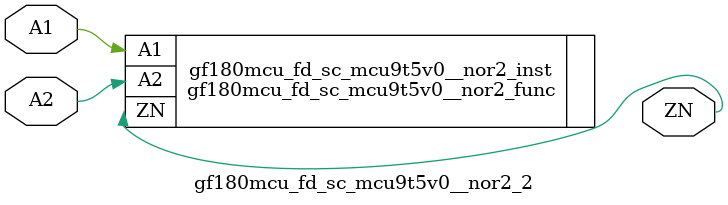
<source format=v>

`ifndef GF180MCU_FD_SC_MCU9T5V0__NOR2_2_V
`define GF180MCU_FD_SC_MCU9T5V0__NOR2_2_V

`include gf180mcu_fd_sc_mcu9t5v0__nor2.v

`ifdef USE_POWER_PINS
module gf180mcu_fd_sc_mcu9t5v0__nor2_2( A2, ZN, A1, VDD, VSS );
inout VDD, VSS;
`else // If not USE_POWER_PINS
module gf180mcu_fd_sc_mcu9t5v0__nor2_2( A2, ZN, A1 );
`endif // If not USE_POWER_PINS
input A1, A2;
output ZN;

`ifdef USE_POWER_PINS
  gf180mcu_fd_sc_mcu9t5v0__nor2_func gf180mcu_fd_sc_mcu9t5v0__nor2_inst(.A2(A2),.ZN(ZN),.A1(A1),.VDD(VDD),.VSS(VSS));
`else // If not USE_POWER_PINS
  gf180mcu_fd_sc_mcu9t5v0__nor2_func gf180mcu_fd_sc_mcu9t5v0__nor2_inst(.A2(A2),.ZN(ZN),.A1(A1));
`endif // If not USE_POWER_PINS

`ifndef FUNCTIONAL
	// spec_gates_begin


	// spec_gates_end



   specify

	// specify_block_begin

	// comb arc A1 --> ZN
	 (A1 => ZN) = (1.0,1.0);

	// comb arc A2 --> ZN
	 (A2 => ZN) = (1.0,1.0);

	// specify_block_end

   endspecify

   `endif

endmodule
`endif // GF180MCU_FD_SC_MCU9T5V0__NOR2_2_V

</source>
